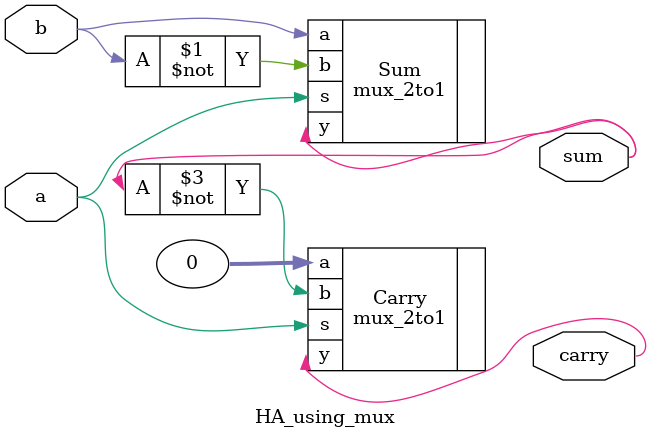
<source format=v>
`timescale 1ns / 1ps


module HA_using_mux(
    input a,
    input b,
    output sum,
    output carry
    );
    mux_2to1 Sum(.s(a),.y(sum),.a(b),.b(~b));
    mux_2to1 Carry(.s(a),.y(carry),.a(0),.b(~sum));
endmodule

</source>
